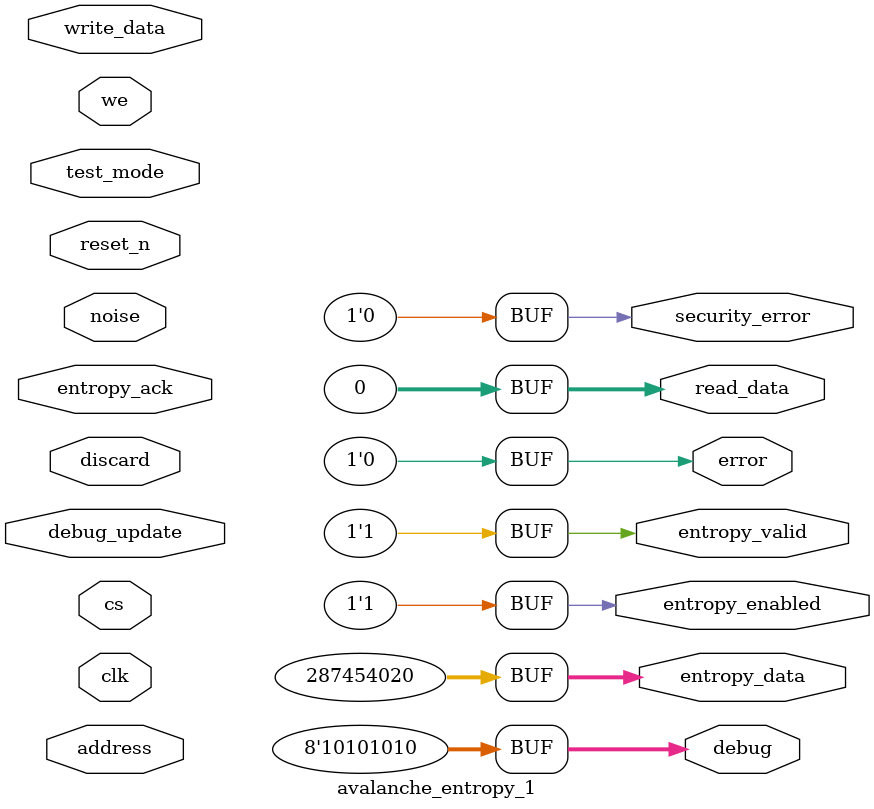
<source format=v>
module avalanche_entropy_1(
                         input wire           clk,
                         input wire           reset_n,
                         input wire           noise,
                         input wire           cs,
                         input wire           we,
                         input wire  [7 : 0]  address,
                         input wire  [31 : 0] write_data,
                         output wire [31 : 0] read_data,
                         output wire          error,
                         input wire           discard,
                         input wire           test_mode,
                         output wire          security_error,
                         output wire          entropy_enabled,
                         output wire [31 : 0] entropy_data,
                         output wire          entropy_valid,
                         input wire           entropy_ack,
                         output wire [7 : 0]  debug,
                         input wire           debug_update
                        );
  assign read_data      = 32'h00000000;
  assign error          = 0;
  assign security_error = 0;
  assign entropy_enabled = 1;
  assign entropy_data    = 32'h11223344;
  assign entropy_valid   = 1;
  assign debug           = 8'haa;
endmodule
</source>
